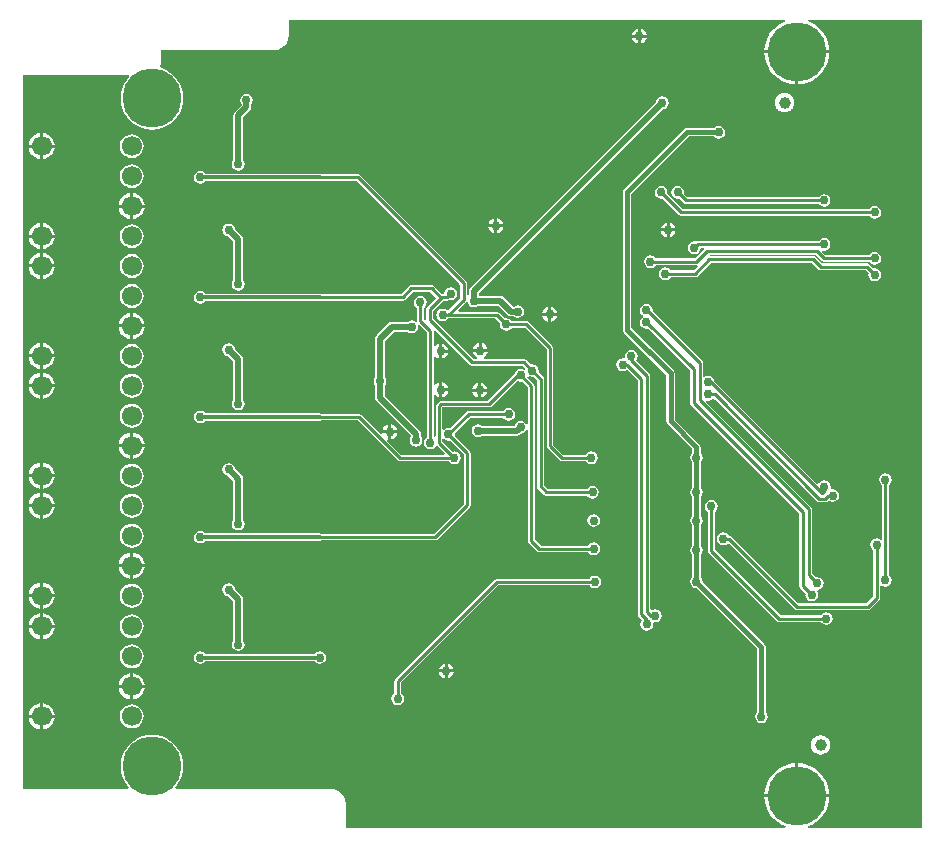
<source format=gbl>
G04 Layer_Physical_Order=2*
G04 Layer_Color=16711680*
%FSLAX43Y43*%
%MOMM*%
G71*
G01*
G75*
%ADD27C,0.254*%
%ADD28C,0.508*%
%ADD29C,0.381*%
%ADD30C,1.700*%
%ADD31C,5.000*%
%ADD32C,1.000*%
%ADD33C,0.762*%
%ADD34C,0.305*%
G36*
X10615Y-2715D02*
X974D01*
X948Y-2588D01*
X1254Y-2461D01*
X1624Y-2235D01*
X1953Y-1953D01*
X2235Y-1624D01*
X2461Y-1254D01*
X2627Y-854D01*
X2729Y-432D01*
X2753Y-127D01*
X-2753D01*
X-2729Y-432D01*
X-2627Y-854D01*
X-2461Y-1254D01*
X-2235Y-1624D01*
X-1953Y-1953D01*
X-1624Y-2235D01*
X-1254Y-2461D01*
X-948Y-2588D01*
X-974Y-2715D01*
X-38215D01*
Y-700D01*
X-38215Y-700D01*
X-38210D01*
X-38254Y-366D01*
X-38382Y-55D01*
X-38588Y212D01*
X-38855Y418D01*
X-39166Y546D01*
X-39500Y590D01*
Y585D01*
X-52581D01*
X-52639Y712D01*
X-52448Y936D01*
X-52229Y1292D01*
X-52070Y1678D01*
X-51972Y2084D01*
X-51939Y2500D01*
X-51972Y2916D01*
X-52070Y3322D01*
X-52229Y3708D01*
X-52448Y4064D01*
X-52719Y4381D01*
X-53036Y4652D01*
X-53392Y4871D01*
X-53778Y5030D01*
X-54184Y5128D01*
X-54600Y5161D01*
X-55016Y5128D01*
X-55422Y5030D01*
X-55808Y4871D01*
X-56164Y4652D01*
X-56481Y4381D01*
X-56752Y4064D01*
X-56971Y3708D01*
X-57130Y3322D01*
X-57228Y2916D01*
X-57261Y2500D01*
X-57228Y2084D01*
X-57130Y1678D01*
X-56971Y1292D01*
X-56752Y936D01*
X-56561Y712D01*
X-56619Y585D01*
X-65565D01*
Y61011D01*
X-56580D01*
X-56522Y60884D01*
X-56752Y60614D01*
X-56971Y60258D01*
X-57130Y59872D01*
X-57228Y59466D01*
X-57261Y59050D01*
X-57228Y58634D01*
X-57130Y58228D01*
X-56971Y57842D01*
X-56752Y57486D01*
X-56481Y57169D01*
X-56164Y56898D01*
X-55808Y56679D01*
X-55422Y56520D01*
X-55016Y56422D01*
X-54600Y56389D01*
X-54184Y56422D01*
X-53778Y56520D01*
X-53392Y56679D01*
X-53036Y56898D01*
X-52719Y57169D01*
X-52448Y57486D01*
X-52229Y57842D01*
X-52070Y58228D01*
X-51972Y58634D01*
X-51939Y59050D01*
X-51972Y59466D01*
X-52070Y59872D01*
X-52229Y60258D01*
X-52448Y60614D01*
X-52719Y60931D01*
X-53036Y61202D01*
X-53392Y61421D01*
X-53778Y61580D01*
X-53869Y61602D01*
X-53943Y61751D01*
X-53854Y61966D01*
X-53810Y62300D01*
X-53815D01*
Y63115D01*
X-44300D01*
X-44300Y63115D01*
Y63110D01*
X-43966Y63154D01*
X-43655Y63282D01*
X-43388Y63488D01*
X-43182Y63755D01*
X-43054Y64066D01*
X-43010Y64400D01*
X-43015D01*
X-43015Y64400D01*
Y65715D01*
X-973D01*
X-948Y65588D01*
X-1254Y65461D01*
X-1624Y65235D01*
X-1953Y64953D01*
X-2235Y64624D01*
X-2461Y64254D01*
X-2627Y63854D01*
X-2729Y63432D01*
X-2753Y63127D01*
X2753D01*
X2729Y63432D01*
X2627Y63854D01*
X2461Y64254D01*
X2235Y64624D01*
X1953Y64953D01*
X1624Y65235D01*
X1254Y65461D01*
X948Y65588D01*
X973Y65715D01*
X10615D01*
Y-2715D01*
D02*
G37*
%LPC*%
G36*
X-63814Y28197D02*
Y27227D01*
X-62844D01*
X-62865Y27388D01*
X-62976Y27657D01*
X-63153Y27887D01*
X-63384Y28064D01*
X-63653Y28176D01*
X-63814Y28197D01*
D02*
G37*
G36*
X-56321Y28111D02*
X-56582Y28077D01*
X-56826Y27976D01*
X-57036Y27815D01*
X-57196Y27606D01*
X-57297Y27362D01*
X-57332Y27100D01*
X-57297Y26838D01*
X-57196Y26594D01*
X-57036Y26385D01*
X-56826Y26224D01*
X-56582Y26123D01*
X-56321Y26089D01*
X-56059Y26123D01*
X-55815Y26224D01*
X-55606Y26385D01*
X-55445Y26594D01*
X-55344Y26838D01*
X-55310Y27100D01*
X-55344Y27362D01*
X-55445Y27606D01*
X-55606Y27815D01*
X-55815Y27976D01*
X-56059Y28077D01*
X-56321Y28111D01*
D02*
G37*
G36*
X-64068Y28197D02*
X-64229Y28176D01*
X-64498Y28064D01*
X-64728Y27887D01*
X-64905Y27657D01*
X-65016Y27388D01*
X-65038Y27227D01*
X-64068D01*
Y28197D01*
D02*
G37*
G36*
X-56448Y30737D02*
X-56609Y30716D01*
X-56878Y30604D01*
X-57108Y30427D01*
X-57285Y30197D01*
X-57396Y29928D01*
X-57418Y29767D01*
X-56448D01*
Y30737D01*
D02*
G37*
G36*
X-56194D02*
Y29767D01*
X-55224D01*
X-55245Y29928D01*
X-55356Y30197D01*
X-55533Y30427D01*
X-55764Y30604D01*
X-56033Y30716D01*
X-56194Y30737D01*
D02*
G37*
G36*
X-56448Y29513D02*
X-57418D01*
X-57396Y29352D01*
X-57285Y29083D01*
X-57108Y28853D01*
X-56878Y28676D01*
X-56609Y28564D01*
X-56448Y28543D01*
Y29513D01*
D02*
G37*
G36*
X-55224D02*
X-56194D01*
Y28543D01*
X-56033Y28564D01*
X-55764Y28676D01*
X-55533Y28853D01*
X-55356Y29083D01*
X-55245Y29352D01*
X-55224Y29513D01*
D02*
G37*
G36*
X-62844Y26973D02*
X-63814D01*
Y26003D01*
X-63653Y26024D01*
X-63384Y26136D01*
X-63153Y26313D01*
X-62976Y26543D01*
X-62865Y26812D01*
X-62844Y26973D01*
D02*
G37*
G36*
X-56321Y25561D02*
X-56582Y25527D01*
X-56826Y25426D01*
X-57036Y25265D01*
X-57196Y25056D01*
X-57297Y24812D01*
X-57332Y24550D01*
X-57297Y24288D01*
X-57196Y24044D01*
X-57036Y23835D01*
X-56826Y23674D01*
X-56582Y23573D01*
X-56321Y23539D01*
X-56059Y23573D01*
X-55815Y23674D01*
X-55606Y23835D01*
X-55445Y24044D01*
X-55344Y24288D01*
X-55310Y24550D01*
X-55344Y24812D01*
X-55445Y25056D01*
X-55606Y25265D01*
X-55815Y25426D01*
X-56059Y25527D01*
X-56321Y25561D01*
D02*
G37*
G36*
X-62844Y24423D02*
X-63814D01*
Y23453D01*
X-63653Y23474D01*
X-63384Y23586D01*
X-63153Y23763D01*
X-62976Y23993D01*
X-62865Y24262D01*
X-62844Y24423D01*
D02*
G37*
G36*
X-64068D02*
X-65038D01*
X-65016Y24262D01*
X-64905Y23993D01*
X-64728Y23763D01*
X-64498Y23586D01*
X-64229Y23474D01*
X-64068Y23453D01*
Y24423D01*
D02*
G37*
G36*
Y25647D02*
X-64229Y25626D01*
X-64498Y25514D01*
X-64728Y25337D01*
X-64905Y25107D01*
X-65016Y24838D01*
X-65038Y24677D01*
X-64068D01*
Y25647D01*
D02*
G37*
G36*
Y26973D02*
X-65038D01*
X-65016Y26812D01*
X-64905Y26543D01*
X-64728Y26313D01*
X-64498Y26136D01*
X-64229Y26024D01*
X-64068Y26003D01*
Y26973D01*
D02*
G37*
G36*
X-12750Y41652D02*
X-12958Y41610D01*
X-13135Y41493D01*
X-13252Y41316D01*
X-13294Y41108D01*
X-13252Y40900D01*
X-13135Y40723D01*
X-13064Y40676D01*
Y40524D01*
X-13135Y40477D01*
X-13252Y40300D01*
X-13294Y40092D01*
X-13252Y39884D01*
X-13135Y39707D01*
X-12958Y39590D01*
X-12750Y39548D01*
X-12632Y39572D01*
X-9035Y35974D01*
Y33290D01*
X-9035Y33290D01*
X-9013Y33181D01*
X-8951Y33088D01*
X207Y23930D01*
Y17758D01*
X207Y17758D01*
X229Y17649D01*
X291Y17557D01*
X730Y17118D01*
X706Y17000D01*
X748Y16792D01*
X865Y16615D01*
X1042Y16498D01*
X1250Y16456D01*
X1458Y16498D01*
X1635Y16615D01*
X1752Y16792D01*
X1794Y17000D01*
X1752Y17208D01*
X1691Y17301D01*
X1699Y17339D01*
X1756Y17432D01*
X1927Y17466D01*
X2103Y17584D01*
X2221Y17760D01*
X2262Y17968D01*
X2221Y18177D01*
X2103Y18353D01*
X1927Y18471D01*
X1718Y18512D01*
X1601Y18489D01*
X1285Y18805D01*
Y24258D01*
X1263Y24367D01*
X1201Y24459D01*
X1201Y24459D01*
X-7707Y33368D01*
X-7644Y33485D01*
X-7500Y33456D01*
X-7292Y33498D01*
X-7115Y33615D01*
X-6998Y33627D01*
X1681Y24948D01*
X1681Y24948D01*
X1773Y24886D01*
X1882Y24865D01*
X2399D01*
X2400Y24865D01*
X2509Y24886D01*
X2601Y24948D01*
X2668Y25015D01*
X2818Y24915D01*
X3026Y24873D01*
X3234Y24915D01*
X3411Y25032D01*
X3529Y25209D01*
X3570Y25417D01*
X3529Y25625D01*
X3411Y25802D01*
X3234Y25919D01*
X3026Y25961D01*
X2967Y25949D01*
X2859Y26057D01*
X2880Y26164D01*
X2839Y26372D01*
X2721Y26548D01*
X2544Y26666D01*
X2336Y26708D01*
X2128Y26666D01*
X1952Y26548D01*
X1885Y26448D01*
X1725Y26428D01*
X-6979Y35132D01*
X-6998Y35224D01*
X-7115Y35401D01*
X-7292Y35518D01*
X-7500Y35560D01*
X-7708Y35518D01*
X-7830Y35437D01*
X-7957Y35503D01*
Y36662D01*
X-7957Y36662D01*
X-7979Y36771D01*
X-8041Y36863D01*
X-8041Y36863D01*
X-12219Y41042D01*
X-12206Y41108D01*
X-12248Y41316D01*
X-12365Y41493D01*
X-12542Y41610D01*
X-12750Y41652D01*
D02*
G37*
G36*
X-63814Y25647D02*
Y24677D01*
X-62844D01*
X-62865Y24838D01*
X-62976Y25107D01*
X-63153Y25337D01*
X-63384Y25514D01*
X-63653Y25626D01*
X-63814Y25647D01*
D02*
G37*
G36*
X-33846Y30683D02*
X-34341D01*
Y30188D01*
X-34220Y30212D01*
X-34010Y30352D01*
X-33870Y30562D01*
X-33846Y30683D01*
D02*
G37*
G36*
X-62844Y6603D02*
X-63814D01*
Y5633D01*
X-63653Y5654D01*
X-63384Y5766D01*
X-63153Y5943D01*
X-62976Y6173D01*
X-62865Y6442D01*
X-62844Y6603D01*
D02*
G37*
G36*
X-56321Y7741D02*
X-56582Y7707D01*
X-56826Y7606D01*
X-57036Y7445D01*
X-57196Y7236D01*
X-57297Y6992D01*
X-57332Y6730D01*
X-57297Y6468D01*
X-57196Y6224D01*
X-57036Y6015D01*
X-56826Y5854D01*
X-56582Y5753D01*
X-56321Y5719D01*
X-56059Y5753D01*
X-55815Y5854D01*
X-55606Y6015D01*
X-55445Y6224D01*
X-55344Y6468D01*
X-55310Y6730D01*
X-55344Y6992D01*
X-55445Y7236D01*
X-55606Y7445D01*
X-55815Y7606D01*
X-56059Y7707D01*
X-56321Y7741D01*
D02*
G37*
G36*
X-64068Y7827D02*
X-64229Y7806D01*
X-64498Y7694D01*
X-64728Y7517D01*
X-64905Y7287D01*
X-65016Y7018D01*
X-65038Y6857D01*
X-64068D01*
Y7827D01*
D02*
G37*
G36*
Y6603D02*
X-65038D01*
X-65016Y6442D01*
X-64905Y6173D01*
X-64728Y5943D01*
X-64498Y5766D01*
X-64229Y5654D01*
X-64068Y5633D01*
Y6603D01*
D02*
G37*
G36*
X-63814Y35817D02*
Y34847D01*
X-62844D01*
X-62865Y35008D01*
X-62976Y35277D01*
X-63153Y35507D01*
X-63384Y35684D01*
X-63653Y35796D01*
X-63814Y35817D01*
D02*
G37*
G36*
X-64068D02*
X-64229Y35796D01*
X-64498Y35684D01*
X-64728Y35507D01*
X-64905Y35277D01*
X-65016Y35008D01*
X-65038Y34847D01*
X-64068D01*
Y35817D01*
D02*
G37*
G36*
X2022Y5119D02*
X2000Y5114D01*
X1978Y5119D01*
X1809Y5097D01*
X1789Y5086D01*
X1767D01*
X1609Y5020D01*
X1593Y5005D01*
X1572Y4999D01*
X1436Y4895D01*
X1425Y4875D01*
X1406Y4864D01*
X1301Y4728D01*
X1296Y4707D01*
X1280Y4691D01*
X1214Y4533D01*
Y4511D01*
X1203Y4491D01*
X1181Y4322D01*
X1184Y4311D01*
X1179Y4300D01*
X1184Y4290D01*
X1181Y4279D01*
X1203Y4109D01*
X1214Y4090D01*
Y4067D01*
X1280Y3909D01*
X1296Y3894D01*
X1301Y3872D01*
X1406Y3736D01*
X1425Y3725D01*
X1436Y3706D01*
X1572Y3602D01*
X1593Y3596D01*
X1609Y3580D01*
X1767Y3515D01*
X1789D01*
X1809Y3503D01*
X1978Y3481D01*
X2000Y3487D01*
X2022Y3481D01*
X2191Y3503D01*
X2211Y3515D01*
X2233D01*
X2391Y3580D01*
X2407Y3596D01*
X2428Y3602D01*
X2564Y3706D01*
X2575Y3725D01*
X2594Y3736D01*
X2699Y3872D01*
X2704Y3894D01*
X2720Y3909D01*
X2786Y4067D01*
Y4090D01*
X2797Y4109D01*
X2819Y4279D01*
X2816Y4290D01*
X2821Y4300D01*
X2816Y4311D01*
X2819Y4322D01*
X2797Y4491D01*
X2786Y4511D01*
Y4533D01*
X2720Y4691D01*
X2704Y4707D01*
X2699Y4728D01*
X2594Y4864D01*
X2575Y4875D01*
X2564Y4895D01*
X2428Y4999D01*
X2407Y5005D01*
X2391Y5020D01*
X2233Y5086D01*
X2211D01*
X2191Y5097D01*
X2022Y5119D01*
D02*
G37*
G36*
X-63814Y7827D02*
Y6857D01*
X-62844D01*
X-62865Y7018D01*
X-62976Y7287D01*
X-63153Y7517D01*
X-63384Y7694D01*
X-63653Y7806D01*
X-63814Y7827D01*
D02*
G37*
G36*
X-56321Y33191D02*
X-56582Y33157D01*
X-56826Y33056D01*
X-57036Y32895D01*
X-57196Y32686D01*
X-57297Y32442D01*
X-57332Y32180D01*
X-57297Y31918D01*
X-57196Y31674D01*
X-57036Y31465D01*
X-56826Y31304D01*
X-56582Y31203D01*
X-56321Y31169D01*
X-56059Y31203D01*
X-55815Y31304D01*
X-55606Y31465D01*
X-55445Y31674D01*
X-55344Y31918D01*
X-55310Y32180D01*
X-55344Y32442D01*
X-55445Y32686D01*
X-55606Y32895D01*
X-55815Y33056D01*
X-56059Y33157D01*
X-56321Y33191D01*
D02*
G37*
G36*
X-34341Y31432D02*
Y30937D01*
X-33846D01*
X-33870Y31058D01*
X-34010Y31268D01*
X-34220Y31408D01*
X-34341Y31432D01*
D02*
G37*
G36*
X-34595D02*
X-34716Y31408D01*
X-34926Y31268D01*
X-35066Y31058D01*
X-35090Y30937D01*
X-34595D01*
Y31432D01*
D02*
G37*
G36*
X-48100Y38294D02*
X-48308Y38252D01*
X-48485Y38135D01*
X-48602Y37958D01*
X-48644Y37750D01*
X-48602Y37542D01*
X-48485Y37365D01*
X-48308Y37248D01*
X-48153Y37217D01*
X-47714Y36778D01*
Y33510D01*
X-47802Y33378D01*
X-47844Y33170D01*
X-47802Y32962D01*
X-47685Y32785D01*
X-47508Y32668D01*
X-47300Y32626D01*
X-47092Y32668D01*
X-46915Y32785D01*
X-46798Y32962D01*
X-46756Y33170D01*
X-46798Y33378D01*
X-46886Y33510D01*
Y36950D01*
X-46917Y37109D01*
X-47007Y37243D01*
X-47567Y37803D01*
X-47598Y37958D01*
X-47715Y38135D01*
X-47892Y38252D01*
X-48100Y38294D01*
D02*
G37*
G36*
X-56321Y35731D02*
X-56582Y35697D01*
X-56826Y35596D01*
X-57036Y35435D01*
X-57196Y35226D01*
X-57297Y34982D01*
X-57332Y34720D01*
X-57297Y34458D01*
X-57196Y34214D01*
X-57036Y34005D01*
X-56826Y33844D01*
X-56582Y33743D01*
X-56321Y33709D01*
X-56059Y33743D01*
X-55815Y33844D01*
X-55606Y34005D01*
X-55445Y34214D01*
X-55344Y34458D01*
X-55310Y34720D01*
X-55344Y34982D01*
X-55445Y35226D01*
X-55606Y35435D01*
X-55815Y35596D01*
X-56059Y35697D01*
X-56321Y35731D01*
D02*
G37*
G36*
X-62844Y34593D02*
X-63814D01*
Y33623D01*
X-63653Y33644D01*
X-63384Y33756D01*
X-63153Y33933D01*
X-62976Y34163D01*
X-62865Y34432D01*
X-62844Y34593D01*
D02*
G37*
G36*
X-64068D02*
X-65038D01*
X-65016Y34432D01*
X-64905Y34163D01*
X-64728Y33933D01*
X-64498Y33756D01*
X-64229Y33644D01*
X-64068Y33623D01*
Y34593D01*
D02*
G37*
G36*
X-48100Y17994D02*
X-48308Y17952D01*
X-48485Y17835D01*
X-48602Y17658D01*
X-48644Y17450D01*
X-48602Y17242D01*
X-48485Y17065D01*
X-48308Y16948D01*
X-48153Y16917D01*
X-47714Y16478D01*
Y13140D01*
X-47802Y13008D01*
X-47844Y12800D01*
X-47802Y12592D01*
X-47685Y12415D01*
X-47508Y12298D01*
X-47300Y12256D01*
X-47092Y12298D01*
X-46915Y12415D01*
X-46798Y12592D01*
X-46756Y12800D01*
X-46798Y13008D01*
X-46886Y13140D01*
Y16650D01*
X-46917Y16809D01*
X-47007Y16943D01*
X-47567Y17503D01*
X-47598Y17658D01*
X-47715Y17835D01*
X-47892Y17952D01*
X-48100Y17994D01*
D02*
G37*
G36*
X-40400Y12244D02*
X-40608Y12202D01*
X-40785Y12085D01*
X-40834Y12011D01*
X-50096D01*
X-50145Y12085D01*
X-50322Y12202D01*
X-50530Y12244D01*
X-50738Y12202D01*
X-50915Y12085D01*
X-51032Y11908D01*
X-51074Y11700D01*
X-51032Y11492D01*
X-50915Y11315D01*
X-50738Y11198D01*
X-50530Y11156D01*
X-50322Y11198D01*
X-50145Y11315D01*
X-50096Y11389D01*
X-40834D01*
X-40785Y11315D01*
X-40608Y11198D01*
X-40400Y11156D01*
X-40192Y11198D01*
X-40015Y11315D01*
X-39898Y11492D01*
X-39856Y11700D01*
X-39898Y11908D01*
X-40015Y12085D01*
X-40192Y12202D01*
X-40400Y12244D01*
D02*
G37*
G36*
X-56321Y12821D02*
X-56582Y12787D01*
X-56826Y12686D01*
X-57036Y12525D01*
X-57196Y12316D01*
X-57297Y12072D01*
X-57332Y11810D01*
X-57297Y11548D01*
X-57196Y11304D01*
X-57036Y11095D01*
X-56826Y10934D01*
X-56582Y10833D01*
X-56321Y10799D01*
X-56059Y10833D01*
X-55815Y10934D01*
X-55606Y11095D01*
X-55445Y11304D01*
X-55344Y11548D01*
X-55310Y11810D01*
X-55344Y12072D01*
X-55445Y12316D01*
X-55606Y12525D01*
X-55815Y12686D01*
X-56059Y12787D01*
X-56321Y12821D01*
D02*
G37*
G36*
X-64068Y14223D02*
X-65038D01*
X-65016Y14062D01*
X-64905Y13793D01*
X-64728Y13563D01*
X-64498Y13386D01*
X-64229Y13274D01*
X-64068Y13253D01*
Y14223D01*
D02*
G37*
G36*
X-7250Y25044D02*
X-7458Y25002D01*
X-7635Y24885D01*
X-7752Y24708D01*
X-7794Y24500D01*
X-7752Y24292D01*
X-7635Y24115D01*
X-7535Y24049D01*
Y20750D01*
X-7535Y20750D01*
X-7513Y20641D01*
X-7451Y20549D01*
X-1701Y14799D01*
X-1701Y14799D01*
X-1609Y14737D01*
X-1500Y14715D01*
X2049D01*
X2115Y14615D01*
X2292Y14498D01*
X2500Y14456D01*
X2708Y14498D01*
X2885Y14615D01*
X3002Y14792D01*
X3044Y15000D01*
X3002Y15208D01*
X2885Y15385D01*
X2708Y15502D01*
X2500Y15544D01*
X2292Y15502D01*
X2115Y15385D01*
X2049Y15285D01*
X-1382D01*
X-6965Y20868D01*
Y24049D01*
X-6865Y24115D01*
X-6748Y24292D01*
X-6706Y24500D01*
X-6748Y24708D01*
X-6865Y24885D01*
X-7042Y25002D01*
X-7250Y25044D01*
D02*
G37*
G36*
X-56321Y15361D02*
X-56582Y15327D01*
X-56826Y15226D01*
X-57036Y15065D01*
X-57196Y14856D01*
X-57297Y14612D01*
X-57332Y14350D01*
X-57297Y14088D01*
X-57196Y13844D01*
X-57036Y13635D01*
X-56826Y13474D01*
X-56582Y13373D01*
X-56321Y13339D01*
X-56059Y13373D01*
X-55815Y13474D01*
X-55606Y13635D01*
X-55445Y13844D01*
X-55344Y14088D01*
X-55310Y14350D01*
X-55344Y14612D01*
X-55445Y14856D01*
X-55606Y15065D01*
X-55815Y15226D01*
X-56059Y15327D01*
X-56321Y15361D01*
D02*
G37*
G36*
X-62844Y14223D02*
X-63814D01*
Y13253D01*
X-63653Y13274D01*
X-63384Y13386D01*
X-63153Y13563D01*
X-62976Y13793D01*
X-62865Y14062D01*
X-62844Y14223D01*
D02*
G37*
G36*
X-29566Y11189D02*
Y10693D01*
X-29070D01*
X-29094Y10814D01*
X-29235Y11024D01*
X-29445Y11165D01*
X-29566Y11189D01*
D02*
G37*
G36*
X-56448Y10367D02*
X-56609Y10346D01*
X-56878Y10234D01*
X-57108Y10057D01*
X-57285Y9827D01*
X-57396Y9558D01*
X-57418Y9397D01*
X-56448D01*
Y10367D01*
D02*
G37*
G36*
X-55224Y9143D02*
X-56194D01*
Y8173D01*
X-56033Y8194D01*
X-55764Y8306D01*
X-55533Y8483D01*
X-55356Y8713D01*
X-55245Y8982D01*
X-55224Y9143D01*
D02*
G37*
G36*
X-56448D02*
X-57418D01*
X-57396Y8982D01*
X-57285Y8713D01*
X-57108Y8483D01*
X-56878Y8306D01*
X-56609Y8194D01*
X-56448Y8173D01*
Y9143D01*
D02*
G37*
G36*
X-56194Y10367D02*
Y9397D01*
X-55224D01*
X-55245Y9558D01*
X-55356Y9827D01*
X-55533Y10057D01*
X-55764Y10234D01*
X-56033Y10346D01*
X-56194Y10367D01*
D02*
G37*
G36*
X-29820Y11189D02*
X-29940Y11165D01*
X-30150Y11024D01*
X-30291Y10814D01*
X-30315Y10693D01*
X-29820D01*
Y11189D01*
D02*
G37*
G36*
X-29070Y10439D02*
X-29566D01*
Y9944D01*
X-29445Y9968D01*
X-29235Y10109D01*
X-29094Y10319D01*
X-29070Y10439D01*
D02*
G37*
G36*
X-29820D02*
X-30315D01*
X-30291Y10319D01*
X-30150Y10109D01*
X-29940Y9968D01*
X-29820Y9944D01*
Y10439D01*
D02*
G37*
G36*
X-64068Y15447D02*
X-64229Y15426D01*
X-64498Y15314D01*
X-64728Y15137D01*
X-64905Y14907D01*
X-65016Y14638D01*
X-65038Y14477D01*
X-64068D01*
Y15447D01*
D02*
G37*
G36*
X-56194Y20567D02*
Y19597D01*
X-55224D01*
X-55245Y19758D01*
X-55356Y20027D01*
X-55533Y20257D01*
X-55764Y20434D01*
X-56033Y20546D01*
X-56194Y20567D01*
D02*
G37*
G36*
X-56448D02*
X-56609Y20546D01*
X-56878Y20434D01*
X-57108Y20257D01*
X-57285Y20027D01*
X-57396Y19758D01*
X-57418Y19597D01*
X-56448D01*
Y20567D01*
D02*
G37*
G36*
X-17100Y18644D02*
X-17308Y18602D01*
X-17485Y18485D01*
X-17551Y18385D01*
X-25400D01*
X-25400Y18385D01*
X-25509Y18363D01*
X-25601Y18301D01*
X-25601Y18301D01*
X-34001Y9901D01*
X-34063Y9809D01*
X-34085Y9700D01*
X-34085Y9700D01*
Y8651D01*
X-34185Y8585D01*
X-34302Y8408D01*
X-34344Y8200D01*
X-34302Y7992D01*
X-34185Y7815D01*
X-34008Y7698D01*
X-33800Y7656D01*
X-33592Y7698D01*
X-33415Y7815D01*
X-33298Y7992D01*
X-33256Y8200D01*
X-33298Y8408D01*
X-33415Y8585D01*
X-33515Y8651D01*
Y9582D01*
X-25282Y17815D01*
X-17551D01*
X-17485Y17715D01*
X-17308Y17598D01*
X-17100Y17556D01*
X-16892Y17598D01*
X-16715Y17715D01*
X-16598Y17892D01*
X-16556Y18100D01*
X-16598Y18308D01*
X-16715Y18485D01*
X-16892Y18602D01*
X-17100Y18644D01*
D02*
G37*
G36*
X-56321Y23021D02*
X-56582Y22987D01*
X-56826Y22886D01*
X-57036Y22725D01*
X-57196Y22516D01*
X-57297Y22272D01*
X-57332Y22010D01*
X-57297Y21748D01*
X-57196Y21504D01*
X-57036Y21295D01*
X-56826Y21134D01*
X-56582Y21033D01*
X-56321Y20999D01*
X-56059Y21033D01*
X-55815Y21134D01*
X-55606Y21295D01*
X-55445Y21504D01*
X-55344Y21748D01*
X-55310Y22010D01*
X-55344Y22272D01*
X-55445Y22516D01*
X-55606Y22725D01*
X-55815Y22886D01*
X-56059Y22987D01*
X-56321Y23021D01*
D02*
G37*
G36*
X-17200Y23844D02*
X-17408Y23802D01*
X-17585Y23685D01*
X-17702Y23508D01*
X-17744Y23300D01*
X-17702Y23092D01*
X-17585Y22915D01*
X-17408Y22798D01*
X-17200Y22756D01*
X-16992Y22798D01*
X-16815Y22915D01*
X-16698Y23092D01*
X-16656Y23300D01*
X-16698Y23508D01*
X-16815Y23685D01*
X-16992Y23802D01*
X-17200Y23844D01*
D02*
G37*
G36*
X-48100Y28164D02*
X-48308Y28122D01*
X-48485Y28005D01*
X-48602Y27828D01*
X-48644Y27620D01*
X-48602Y27412D01*
X-48485Y27235D01*
X-48308Y27118D01*
X-48153Y27087D01*
X-47714Y26648D01*
Y23340D01*
X-47802Y23208D01*
X-47844Y23000D01*
X-47802Y22792D01*
X-47685Y22615D01*
X-47508Y22498D01*
X-47300Y22456D01*
X-47092Y22498D01*
X-46915Y22615D01*
X-46798Y22792D01*
X-46756Y23000D01*
X-46798Y23208D01*
X-46886Y23340D01*
Y26820D01*
X-46917Y26979D01*
X-47007Y27113D01*
X-47567Y27673D01*
X-47598Y27828D01*
X-47715Y28005D01*
X-47892Y28122D01*
X-48100Y28164D01*
D02*
G37*
G36*
X7500Y27294D02*
X7292Y27252D01*
X7115Y27135D01*
X6998Y26958D01*
X6956Y26750D01*
X6998Y26542D01*
X7115Y26365D01*
X7215Y26299D01*
Y21725D01*
X7088Y21666D01*
X6958Y21752D01*
X6750Y21794D01*
X6542Y21752D01*
X6365Y21635D01*
X6248Y21458D01*
X6206Y21250D01*
X6248Y21042D01*
X6365Y20865D01*
X6465Y20799D01*
Y16868D01*
X5882Y16285D01*
X118D01*
X-5549Y21951D01*
X-5641Y22013D01*
X-5750Y22035D01*
X-5750Y22035D01*
X-5799D01*
X-5865Y22135D01*
X-6042Y22252D01*
X-6250Y22294D01*
X-6458Y22252D01*
X-6635Y22135D01*
X-6752Y21958D01*
X-6794Y21750D01*
X-6752Y21542D01*
X-6635Y21365D01*
X-6458Y21248D01*
X-6250Y21206D01*
X-6042Y21248D01*
X-5865Y21365D01*
X-5777Y21374D01*
X-201Y15799D01*
X-201Y15799D01*
X-109Y15737D01*
X0Y15715D01*
X6000D01*
X6000Y15715D01*
X6109Y15737D01*
X6201Y15799D01*
X6951Y16549D01*
X6951Y16549D01*
X7013Y16641D01*
X7035Y16750D01*
X7035Y16750D01*
Y17775D01*
X7162Y17834D01*
X7292Y17748D01*
X7500Y17706D01*
X7708Y17748D01*
X7885Y17865D01*
X8002Y18042D01*
X8044Y18250D01*
X8002Y18458D01*
X7885Y18635D01*
X7785Y18701D01*
Y26299D01*
X7885Y26365D01*
X8002Y26542D01*
X8044Y26750D01*
X8002Y26958D01*
X7885Y27135D01*
X7708Y27252D01*
X7500Y27294D01*
D02*
G37*
G36*
X-55224Y19343D02*
X-56194D01*
Y18373D01*
X-56033Y18394D01*
X-55764Y18506D01*
X-55533Y18683D01*
X-55356Y18913D01*
X-55245Y19182D01*
X-55224Y19343D01*
D02*
G37*
G36*
X-62844Y16803D02*
X-63814D01*
Y15833D01*
X-63653Y15854D01*
X-63384Y15966D01*
X-63153Y16143D01*
X-62976Y16373D01*
X-62865Y16642D01*
X-62844Y16803D01*
D02*
G37*
G36*
X-64068D02*
X-65038D01*
X-65016Y16642D01*
X-64905Y16373D01*
X-64728Y16143D01*
X-64498Y15966D01*
X-64229Y15854D01*
X-64068Y15833D01*
Y16803D01*
D02*
G37*
G36*
X-63814Y15447D02*
Y14477D01*
X-62844D01*
X-62865Y14638D01*
X-62976Y14907D01*
X-63153Y15137D01*
X-63384Y15314D01*
X-63653Y15426D01*
X-63814Y15447D01*
D02*
G37*
G36*
X-56321Y17941D02*
X-56582Y17907D01*
X-56826Y17806D01*
X-57036Y17645D01*
X-57196Y17436D01*
X-57297Y17192D01*
X-57332Y16930D01*
X-57297Y16668D01*
X-57196Y16424D01*
X-57036Y16215D01*
X-56826Y16054D01*
X-56582Y15953D01*
X-56321Y15919D01*
X-56059Y15953D01*
X-55815Y16054D01*
X-55606Y16215D01*
X-55445Y16424D01*
X-55344Y16668D01*
X-55310Y16930D01*
X-55344Y17192D01*
X-55445Y17436D01*
X-55606Y17645D01*
X-55815Y17806D01*
X-56059Y17907D01*
X-56321Y17941D01*
D02*
G37*
G36*
X-56448Y19343D02*
X-57418D01*
X-57396Y19182D01*
X-57285Y18913D01*
X-57108Y18683D01*
X-56878Y18506D01*
X-56609Y18394D01*
X-56448Y18373D01*
Y19343D01*
D02*
G37*
G36*
X-63814Y18027D02*
Y17057D01*
X-62844D01*
X-62865Y17218D01*
X-62976Y17487D01*
X-63153Y17717D01*
X-63384Y17894D01*
X-63653Y18006D01*
X-63814Y18027D01*
D02*
G37*
G36*
X-64068D02*
X-64229Y18006D01*
X-64498Y17894D01*
X-64728Y17717D01*
X-64905Y17487D01*
X-65016Y17218D01*
X-65038Y17057D01*
X-64068D01*
Y18027D01*
D02*
G37*
G36*
Y37103D02*
X-65038D01*
X-65016Y36942D01*
X-64905Y36673D01*
X-64728Y36443D01*
X-64498Y36266D01*
X-64229Y36154D01*
X-64068Y36133D01*
Y37103D01*
D02*
G37*
G36*
X-56448Y49793D02*
X-57418D01*
X-57396Y49632D01*
X-57285Y49363D01*
X-57108Y49133D01*
X-56878Y48956D01*
X-56609Y48844D01*
X-56448Y48823D01*
Y49793D01*
D02*
G37*
G36*
X-25375Y48882D02*
Y48387D01*
X-24879D01*
X-24903Y48508D01*
X-25044Y48718D01*
X-25254Y48858D01*
X-25375Y48882D01*
D02*
G37*
G36*
X-25629D02*
X-25749Y48858D01*
X-25959Y48718D01*
X-26100Y48508D01*
X-26124Y48387D01*
X-25629D01*
Y48882D01*
D02*
G37*
G36*
X-55224Y49793D02*
X-56194D01*
Y48823D01*
X-56033Y48844D01*
X-55764Y48956D01*
X-55533Y49133D01*
X-55356Y49363D01*
X-55245Y49632D01*
X-55224Y49793D01*
D02*
G37*
G36*
X-56448Y51017D02*
X-56609Y50996D01*
X-56878Y50884D01*
X-57108Y50707D01*
X-57285Y50477D01*
X-57396Y50208D01*
X-57418Y50047D01*
X-56448D01*
Y51017D01*
D02*
G37*
G36*
X-10100Y51644D02*
X-10308Y51602D01*
X-10485Y51485D01*
X-10602Y51308D01*
X-10644Y51100D01*
X-10602Y50892D01*
X-10485Y50715D01*
X-10308Y50598D01*
X-10100Y50556D01*
X-9982Y50580D01*
X-9601Y50199D01*
X-9601Y50199D01*
X-9509Y50137D01*
X-9400Y50115D01*
X-9400Y50115D01*
X1849D01*
X1915Y50015D01*
X2092Y49898D01*
X2300Y49856D01*
X2508Y49898D01*
X2685Y50015D01*
X2802Y50192D01*
X2844Y50400D01*
X2802Y50608D01*
X2685Y50785D01*
X2508Y50902D01*
X2300Y50944D01*
X2092Y50902D01*
X1915Y50785D01*
X1849Y50685D01*
X-9282D01*
X-9580Y50982D01*
X-9556Y51100D01*
X-9598Y51308D01*
X-9715Y51485D01*
X-9892Y51602D01*
X-10100Y51644D01*
D02*
G37*
G36*
X-11500D02*
X-11708Y51602D01*
X-11885Y51485D01*
X-12002Y51308D01*
X-12044Y51100D01*
X-12002Y50892D01*
X-11885Y50715D01*
X-11708Y50598D01*
X-11500Y50556D01*
X-11382Y50580D01*
X-10001Y49199D01*
X-10001Y49199D01*
X-9909Y49137D01*
X-9800Y49115D01*
X6149D01*
X6215Y49015D01*
X6392Y48898D01*
X6600Y48856D01*
X6808Y48898D01*
X6985Y49015D01*
X7102Y49192D01*
X7144Y49400D01*
X7102Y49608D01*
X6985Y49785D01*
X6808Y49902D01*
X6600Y49944D01*
X6392Y49902D01*
X6215Y49785D01*
X6149Y49685D01*
X-9682D01*
X-10980Y50982D01*
X-10956Y51100D01*
X-10998Y51308D01*
X-11115Y51485D01*
X-11292Y51602D01*
X-11500Y51644D01*
D02*
G37*
G36*
X-10773Y48522D02*
Y48027D01*
X-10278D01*
X-10302Y48148D01*
X-10442Y48358D01*
X-10652Y48498D01*
X-10773Y48522D01*
D02*
G37*
G36*
X-64068Y48477D02*
X-64229Y48456D01*
X-64498Y48344D01*
X-64728Y48167D01*
X-64905Y47937D01*
X-65016Y47668D01*
X-65038Y47507D01*
X-64068D01*
Y48477D01*
D02*
G37*
G36*
X-10278Y47773D02*
X-10773D01*
Y47278D01*
X-10652Y47302D01*
X-10442Y47442D01*
X-10302Y47652D01*
X-10278Y47773D01*
D02*
G37*
G36*
X-11027D02*
X-11522D01*
X-11498Y47652D01*
X-11358Y47442D01*
X-11148Y47302D01*
X-11027Y47278D01*
Y47773D01*
D02*
G37*
G36*
X-63814Y48477D02*
Y47507D01*
X-62844D01*
X-62865Y47668D01*
X-62976Y47937D01*
X-63153Y48167D01*
X-63384Y48344D01*
X-63653Y48456D01*
X-63814Y48477D01*
D02*
G37*
G36*
X-11027Y48522D02*
X-11148Y48498D01*
X-11358Y48358D01*
X-11498Y48148D01*
X-11522Y48027D01*
X-11027D01*
Y48522D01*
D02*
G37*
G36*
X-24879Y48133D02*
X-25375D01*
Y47638D01*
X-25254Y47662D01*
X-25044Y47802D01*
X-24903Y48012D01*
X-24879Y48133D01*
D02*
G37*
G36*
X-25629D02*
X-26124D01*
X-26100Y48012D01*
X-25959Y47802D01*
X-25749Y47662D01*
X-25629Y47638D01*
Y48133D01*
D02*
G37*
G36*
X-56194Y51017D02*
Y50047D01*
X-55224D01*
X-55245Y50208D01*
X-55356Y50477D01*
X-55533Y50707D01*
X-55764Y50884D01*
X-56033Y50996D01*
X-56194Y51017D01*
D02*
G37*
G36*
X2753Y62873D02*
X127D01*
Y60247D01*
X432Y60271D01*
X854Y60373D01*
X1254Y60539D01*
X1624Y60765D01*
X1953Y61047D01*
X2235Y61376D01*
X2461Y61746D01*
X2627Y62146D01*
X2729Y62568D01*
X2753Y62873D01*
D02*
G37*
G36*
X-127D02*
X-2753D01*
X-2729Y62568D01*
X-2627Y62146D01*
X-2461Y61746D01*
X-2235Y61376D01*
X-1953Y61047D01*
X-1624Y60765D01*
X-1254Y60539D01*
X-854Y60373D01*
X-432Y60271D01*
X-127Y60247D01*
Y62873D01*
D02*
G37*
G36*
X-1026Y59501D02*
X-1048Y59495D01*
X-1070Y59501D01*
X-1239Y59479D01*
X-1259Y59467D01*
X-1281D01*
X-1439Y59402D01*
X-1455Y59386D01*
X-1476Y59380D01*
X-1612Y59276D01*
X-1623Y59257D01*
X-1642Y59246D01*
X-1747Y59110D01*
X-1752Y59088D01*
X-1768Y59073D01*
X-1834Y58915D01*
Y58892D01*
X-1845Y58873D01*
X-1867Y58703D01*
X-1864Y58692D01*
X-1869Y58682D01*
X-1864Y58671D01*
X-1867Y58660D01*
X-1845Y58491D01*
X-1834Y58471D01*
Y58449D01*
X-1768Y58291D01*
X-1752Y58275D01*
X-1747Y58253D01*
X-1642Y58118D01*
X-1623Y58107D01*
X-1612Y58087D01*
X-1476Y57983D01*
X-1455Y57977D01*
X-1439Y57962D01*
X-1281Y57896D01*
X-1259D01*
X-1239Y57885D01*
X-1070Y57863D01*
X-1048Y57868D01*
X-1026Y57863D01*
X-857Y57885D01*
X-837Y57896D01*
X-815D01*
X-657Y57962D01*
X-641Y57977D01*
X-620Y57983D01*
X-484Y58087D01*
X-473Y58107D01*
X-454Y58118D01*
X-349Y58253D01*
X-344Y58275D01*
X-328Y58291D01*
X-262Y58449D01*
Y58471D01*
X-251Y58491D01*
X-229Y58660D01*
X-232Y58671D01*
X-227Y58682D01*
X-232Y58692D01*
X-229Y58703D01*
X-251Y58873D01*
X-262Y58892D01*
Y58915D01*
X-328Y59073D01*
X-344Y59088D01*
X-349Y59110D01*
X-454Y59246D01*
X-473Y59257D01*
X-484Y59276D01*
X-620Y59380D01*
X-641Y59386D01*
X-657Y59402D01*
X-815Y59467D01*
X-837D01*
X-857Y59479D01*
X-1026Y59501D01*
D02*
G37*
G36*
X-13462Y64186D02*
X-13957D01*
X-13933Y64065D01*
X-13793Y63855D01*
X-13583Y63715D01*
X-13462Y63691D01*
Y64186D01*
D02*
G37*
G36*
X-13208Y64935D02*
Y64440D01*
X-12713D01*
X-12737Y64561D01*
X-12877Y64771D01*
X-13087Y64911D01*
X-13208Y64935D01*
D02*
G37*
G36*
X-13462D02*
X-13583Y64911D01*
X-13793Y64771D01*
X-13933Y64561D01*
X-13957Y64440D01*
X-13462D01*
Y64935D01*
D02*
G37*
G36*
X-12713Y64186D02*
X-13208D01*
Y63691D01*
X-13087Y63715D01*
X-12877Y63855D01*
X-12737Y64065D01*
X-12713Y64186D01*
D02*
G37*
G36*
X-6604Y56729D02*
X-6812Y56687D01*
X-6989Y56569D01*
X-7012Y56534D01*
X-9296D01*
X-9430Y56508D01*
X-9544Y56432D01*
X-14624Y51352D01*
X-14699Y51239D01*
X-14726Y51105D01*
Y39446D01*
X-14699Y39312D01*
X-14624Y39199D01*
X-11043Y35618D01*
Y31693D01*
X-11016Y31560D01*
X-10941Y31446D01*
X-8850Y29355D01*
Y29008D01*
X-8885Y28985D01*
X-9002Y28808D01*
X-9044Y28600D01*
X-9002Y28392D01*
X-8885Y28215D01*
X-8850Y28192D01*
Y26108D01*
X-8885Y26085D01*
X-9002Y25908D01*
X-9044Y25700D01*
X-9002Y25492D01*
X-8885Y25315D01*
X-8850Y25292D01*
Y23708D01*
X-8885Y23685D01*
X-9002Y23508D01*
X-9044Y23300D01*
X-9002Y23092D01*
X-8885Y22915D01*
X-8850Y22892D01*
Y21208D01*
X-8885Y21185D01*
X-9002Y21008D01*
X-9044Y20800D01*
X-9002Y20592D01*
X-8885Y20415D01*
X-8850Y20392D01*
Y18508D01*
X-8885Y18485D01*
X-9002Y18308D01*
X-9044Y18100D01*
X-9002Y17892D01*
X-8885Y17715D01*
X-8708Y17598D01*
X-8500Y17556D01*
X-8459Y17564D01*
X-3350Y12455D01*
Y7108D01*
X-3385Y7085D01*
X-3502Y6908D01*
X-3544Y6700D01*
X-3502Y6492D01*
X-3385Y6315D01*
X-3208Y6198D01*
X-3000Y6156D01*
X-2792Y6198D01*
X-2615Y6315D01*
X-2498Y6492D01*
X-2456Y6700D01*
X-2498Y6908D01*
X-2615Y7085D01*
X-2650Y7108D01*
Y12600D01*
X-2677Y12734D01*
X-2753Y12847D01*
X-2753Y12847D01*
X-7964Y18059D01*
X-7956Y18100D01*
X-7998Y18308D01*
X-8115Y18485D01*
X-8150Y18508D01*
Y20392D01*
X-8115Y20415D01*
X-7998Y20592D01*
X-7956Y20800D01*
X-7998Y21008D01*
X-8115Y21185D01*
X-8150Y21208D01*
Y22892D01*
X-8115Y22915D01*
X-7998Y23092D01*
X-7956Y23300D01*
X-7998Y23508D01*
X-8115Y23685D01*
X-8150Y23708D01*
Y25292D01*
X-8115Y25315D01*
X-7998Y25492D01*
X-7956Y25700D01*
X-7998Y25908D01*
X-8115Y26085D01*
X-8150Y26108D01*
Y28192D01*
X-8115Y28215D01*
X-7998Y28392D01*
X-7956Y28600D01*
X-7998Y28808D01*
X-8115Y28985D01*
X-8150Y29008D01*
Y29500D01*
X-8177Y29634D01*
X-8253Y29747D01*
X-10344Y31838D01*
Y35763D01*
X-10344Y35763D01*
X-10370Y35897D01*
X-10446Y36010D01*
X-10446Y36010D01*
X-14027Y39591D01*
Y50960D01*
X-9152Y55835D01*
X-7012D01*
X-6989Y55800D01*
X-6812Y55682D01*
X-6604Y55641D01*
X-6396Y55682D01*
X-6219Y55800D01*
X-6102Y55977D01*
X-6060Y56185D01*
X-6102Y56393D01*
X-6219Y56569D01*
X-6396Y56687D01*
X-6604Y56729D01*
D02*
G37*
G36*
X-64068Y54873D02*
X-65038D01*
X-65016Y54712D01*
X-64905Y54443D01*
X-64728Y54213D01*
X-64498Y54036D01*
X-64229Y53924D01*
X-64068Y53903D01*
Y54873D01*
D02*
G37*
G36*
X-46600Y59444D02*
X-46808Y59402D01*
X-46985Y59285D01*
X-47102Y59108D01*
X-47144Y58900D01*
X-47102Y58692D01*
X-47014Y58560D01*
Y58472D01*
X-47593Y57893D01*
X-47683Y57759D01*
X-47714Y57600D01*
Y53790D01*
X-47802Y53658D01*
X-47844Y53450D01*
X-47802Y53242D01*
X-47685Y53065D01*
X-47508Y52948D01*
X-47300Y52906D01*
X-47092Y52948D01*
X-46915Y53065D01*
X-46798Y53242D01*
X-46756Y53450D01*
X-46798Y53658D01*
X-46886Y53790D01*
Y57428D01*
X-46307Y58007D01*
X-46217Y58141D01*
X-46186Y58300D01*
Y58560D01*
X-46098Y58692D01*
X-46056Y58900D01*
X-46098Y59108D01*
X-46215Y59285D01*
X-46392Y59402D01*
X-46600Y59444D01*
D02*
G37*
G36*
X-56321Y53471D02*
X-56582Y53437D01*
X-56826Y53336D01*
X-57036Y53175D01*
X-57196Y52966D01*
X-57297Y52722D01*
X-57332Y52460D01*
X-57297Y52198D01*
X-57196Y51954D01*
X-57036Y51745D01*
X-56826Y51584D01*
X-56582Y51483D01*
X-56321Y51449D01*
X-56059Y51483D01*
X-55815Y51584D01*
X-55606Y51745D01*
X-55445Y51954D01*
X-55344Y52198D01*
X-55310Y52460D01*
X-55344Y52722D01*
X-55445Y52966D01*
X-55606Y53175D01*
X-55815Y53336D01*
X-56059Y53437D01*
X-56321Y53471D01*
D02*
G37*
G36*
X-62844Y54873D02*
X-63814D01*
Y53903D01*
X-63653Y53924D01*
X-63384Y54036D01*
X-63153Y54213D01*
X-62976Y54443D01*
X-62865Y54712D01*
X-62844Y54873D01*
D02*
G37*
G36*
X-63814Y56097D02*
Y55127D01*
X-62844D01*
X-62865Y55288D01*
X-62976Y55557D01*
X-63153Y55787D01*
X-63384Y55964D01*
X-63653Y56076D01*
X-63814Y56097D01*
D02*
G37*
G36*
X-64068D02*
X-64229Y56076D01*
X-64498Y55964D01*
X-64728Y55787D01*
X-64905Y55557D01*
X-65016Y55288D01*
X-65038Y55127D01*
X-64068D01*
Y56097D01*
D02*
G37*
G36*
X-56321Y56011D02*
X-56582Y55977D01*
X-56826Y55876D01*
X-57036Y55715D01*
X-57196Y55506D01*
X-57297Y55262D01*
X-57332Y55000D01*
X-57297Y54738D01*
X-57196Y54494D01*
X-57036Y54285D01*
X-56826Y54124D01*
X-56582Y54023D01*
X-56321Y53989D01*
X-56059Y54023D01*
X-55815Y54124D01*
X-55606Y54285D01*
X-55445Y54494D01*
X-55344Y54738D01*
X-55310Y55000D01*
X-55344Y55262D01*
X-55445Y55506D01*
X-55606Y55715D01*
X-55815Y55876D01*
X-56059Y55977D01*
X-56321Y56011D01*
D02*
G37*
G36*
X-55224Y39643D02*
X-56194D01*
Y38673D01*
X-56033Y38694D01*
X-55764Y38806D01*
X-55533Y38983D01*
X-55356Y39213D01*
X-55245Y39482D01*
X-55224Y39643D01*
D02*
G37*
G36*
X-56448D02*
X-57418D01*
X-57396Y39482D01*
X-57285Y39213D01*
X-57108Y38983D01*
X-56878Y38806D01*
X-56609Y38694D01*
X-56448Y38673D01*
Y39643D01*
D02*
G37*
G36*
X-26670Y38316D02*
Y37821D01*
X-26175D01*
X-26199Y37941D01*
X-26339Y38151D01*
X-26549Y38292D01*
X-26670Y38316D01*
D02*
G37*
G36*
X-56448Y40867D02*
X-56609Y40846D01*
X-56878Y40734D01*
X-57108Y40557D01*
X-57285Y40327D01*
X-57396Y40058D01*
X-57418Y39897D01*
X-56448D01*
Y40867D01*
D02*
G37*
G36*
X-20307Y40640D02*
X-20803D01*
Y40145D01*
X-20682Y40169D01*
X-20472Y40309D01*
X-20331Y40519D01*
X-20307Y40640D01*
D02*
G37*
G36*
X-21057D02*
X-21552D01*
X-21528Y40519D01*
X-21387Y40309D01*
X-21177Y40169D01*
X-21057Y40145D01*
Y40640D01*
D02*
G37*
G36*
X-56194Y40867D02*
Y39897D01*
X-55224D01*
X-55245Y40058D01*
X-55356Y40327D01*
X-55533Y40557D01*
X-55764Y40734D01*
X-56033Y40846D01*
X-56194Y40867D01*
D02*
G37*
G36*
X-26924Y38316D02*
X-27045Y38292D01*
X-27255Y38151D01*
X-27395Y37941D01*
X-27419Y37821D01*
X-26924D01*
Y38316D01*
D02*
G37*
G36*
X127Y2753D02*
Y127D01*
X2753D01*
X2729Y432D01*
X2627Y854D01*
X2461Y1254D01*
X2235Y1624D01*
X1953Y1953D01*
X1624Y2235D01*
X1254Y2461D01*
X854Y2627D01*
X432Y2729D01*
X127Y2753D01*
D02*
G37*
G36*
X-56321Y38241D02*
X-56582Y38207D01*
X-56826Y38106D01*
X-57036Y37945D01*
X-57196Y37736D01*
X-57297Y37492D01*
X-57332Y37230D01*
X-57297Y36968D01*
X-57196Y36724D01*
X-57036Y36515D01*
X-56826Y36354D01*
X-56582Y36253D01*
X-56321Y36219D01*
X-56059Y36253D01*
X-55815Y36354D01*
X-55606Y36515D01*
X-55445Y36724D01*
X-55344Y36968D01*
X-55310Y37230D01*
X-55344Y37492D01*
X-55445Y37736D01*
X-55606Y37945D01*
X-55815Y38106D01*
X-56059Y38207D01*
X-56321Y38241D01*
D02*
G37*
G36*
X-62844Y37103D02*
X-63814D01*
Y36133D01*
X-63653Y36154D01*
X-63384Y36266D01*
X-63153Y36443D01*
X-62976Y36673D01*
X-62865Y36942D01*
X-62844Y37103D01*
D02*
G37*
G36*
X-14032Y37762D02*
X-14240Y37721D01*
X-14416Y37603D01*
X-14534Y37427D01*
X-14575Y37218D01*
X-14559Y37135D01*
X-14667Y37027D01*
X-14750Y37044D01*
X-14958Y37002D01*
X-15135Y36885D01*
X-15252Y36708D01*
X-15294Y36500D01*
X-15252Y36292D01*
X-15135Y36115D01*
X-14958Y35998D01*
X-14750Y35956D01*
X-14542Y35998D01*
X-14392Y36098D01*
X-13472Y35179D01*
Y15360D01*
X-13472Y15360D01*
X-13451Y15251D01*
X-13389Y15159D01*
X-13120Y14890D01*
X-13221Y14740D01*
X-13262Y14532D01*
X-13221Y14323D01*
X-13103Y14147D01*
X-12927Y14029D01*
X-12718Y13988D01*
X-12510Y14029D01*
X-12334Y14147D01*
X-12216Y14323D01*
X-12175Y14532D01*
X-12191Y14615D01*
X-12083Y14723D01*
X-12000Y14706D01*
X-11792Y14748D01*
X-11615Y14865D01*
X-11498Y15042D01*
X-11456Y15250D01*
X-11498Y15458D01*
X-11615Y15635D01*
X-11792Y15752D01*
X-12000Y15794D01*
X-12208Y15752D01*
X-12268Y15713D01*
X-12395Y15781D01*
Y35507D01*
X-12395Y35507D01*
X-12416Y35616D01*
X-12478Y35709D01*
X-12478Y35709D01*
X-13630Y36860D01*
X-13529Y37010D01*
X-13488Y37218D01*
X-13529Y37427D01*
X-13647Y37603D01*
X-13823Y37721D01*
X-14032Y37762D01*
D02*
G37*
G36*
X-127Y2753D02*
X-432Y2729D01*
X-854Y2627D01*
X-1254Y2461D01*
X-1624Y2235D01*
X-1953Y1953D01*
X-2235Y1624D01*
X-2461Y1254D01*
X-2627Y854D01*
X-2729Y432D01*
X-2753Y127D01*
X-127D01*
Y2753D01*
D02*
G37*
G36*
X-63814Y38327D02*
Y37357D01*
X-62844D01*
X-62865Y37518D01*
X-62976Y37787D01*
X-63153Y38017D01*
X-63384Y38194D01*
X-63653Y38306D01*
X-63814Y38327D01*
D02*
G37*
G36*
X-64068D02*
X-64229Y38306D01*
X-64498Y38194D01*
X-64728Y38017D01*
X-64905Y37787D01*
X-65016Y37518D01*
X-65038Y37357D01*
X-64068D01*
Y38327D01*
D02*
G37*
G36*
X-63814Y45947D02*
Y44977D01*
X-62844D01*
X-62865Y45138D01*
X-62976Y45407D01*
X-63153Y45637D01*
X-63384Y45814D01*
X-63653Y45926D01*
X-63814Y45947D01*
D02*
G37*
G36*
X-64068D02*
X-64229Y45926D01*
X-64498Y45814D01*
X-64728Y45637D01*
X-64905Y45407D01*
X-65016Y45138D01*
X-65038Y44977D01*
X-64068D01*
Y45947D01*
D02*
G37*
G36*
X-56321Y45861D02*
X-56582Y45827D01*
X-56826Y45726D01*
X-57036Y45565D01*
X-57196Y45356D01*
X-57297Y45112D01*
X-57332Y44850D01*
X-57297Y44588D01*
X-57196Y44344D01*
X-57036Y44135D01*
X-56826Y43974D01*
X-56582Y43873D01*
X-56321Y43839D01*
X-56059Y43873D01*
X-55815Y43974D01*
X-55606Y44135D01*
X-55445Y44344D01*
X-55344Y44588D01*
X-55310Y44850D01*
X-55344Y45112D01*
X-55445Y45356D01*
X-55606Y45565D01*
X-55815Y45726D01*
X-56059Y45827D01*
X-56321Y45861D01*
D02*
G37*
G36*
X-64068Y47253D02*
X-65038D01*
X-65016Y47092D01*
X-64905Y46823D01*
X-64728Y46593D01*
X-64498Y46416D01*
X-64229Y46304D01*
X-64068Y46283D01*
Y47253D01*
D02*
G37*
G36*
X2300Y47244D02*
X2092Y47202D01*
X1915Y47085D01*
X1849Y46985D01*
X-8400D01*
X-8400Y46985D01*
X-8509Y46963D01*
X-8575Y46919D01*
X-8700Y46944D01*
X-8908Y46902D01*
X-9085Y46785D01*
X-9202Y46608D01*
X-9244Y46400D01*
X-9202Y46192D01*
X-9085Y46015D01*
X-8908Y45898D01*
X-8700Y45856D01*
X-8492Y45898D01*
X-8315Y46015D01*
X-8198Y46192D01*
X-8156Y46400D01*
X-8144Y46415D01*
X-7860D01*
X-7823Y46343D01*
X-7815Y46288D01*
X-8618Y45485D01*
X-11949D01*
X-12015Y45585D01*
X-12192Y45702D01*
X-12400Y45744D01*
X-12608Y45702D01*
X-12785Y45585D01*
X-12902Y45408D01*
X-12944Y45200D01*
X-12902Y44992D01*
X-12785Y44815D01*
X-12608Y44698D01*
X-12400Y44656D01*
X-12192Y44698D01*
X-12015Y44815D01*
X-11949Y44915D01*
X-8500D01*
X-8500Y44915D01*
X-8459Y44923D01*
X-8397Y44806D01*
X-8718Y44485D01*
X-10699D01*
X-10765Y44585D01*
X-10942Y44702D01*
X-11150Y44744D01*
X-11358Y44702D01*
X-11535Y44585D01*
X-11652Y44408D01*
X-11694Y44200D01*
X-11652Y43992D01*
X-11535Y43815D01*
X-11358Y43698D01*
X-11150Y43656D01*
X-10942Y43698D01*
X-10765Y43815D01*
X-10699Y43915D01*
X-8600D01*
X-8600Y43915D01*
X-8491Y43937D01*
X-8399Y43999D01*
X-7282Y45115D01*
X1282D01*
X1799Y44599D01*
X1891Y44537D01*
X2000Y44515D01*
X2000Y44515D01*
X5782D01*
X6080Y44218D01*
X6056Y44100D01*
X6098Y43892D01*
X6215Y43715D01*
X6392Y43598D01*
X6600Y43556D01*
X6808Y43598D01*
X6985Y43715D01*
X7102Y43892D01*
X7144Y44100D01*
X7102Y44308D01*
X6985Y44485D01*
X6808Y44602D01*
X6600Y44644D01*
X6482Y44620D01*
X6101Y45001D01*
X6009Y45063D01*
X5900Y45085D01*
X5900Y45085D01*
X2118D01*
X1601Y45601D01*
X1509Y45663D01*
X1400Y45685D01*
X1400Y45685D01*
X-7301D01*
X-7373Y45812D01*
X-7371Y45815D01*
X1582D01*
X2099Y45299D01*
X2099Y45299D01*
X2191Y45237D01*
X2300Y45215D01*
X2300Y45215D01*
X6149D01*
X6215Y45115D01*
X6392Y44998D01*
X6600Y44956D01*
X6808Y44998D01*
X6985Y45115D01*
X7102Y45292D01*
X7144Y45500D01*
X7102Y45708D01*
X6985Y45885D01*
X6808Y46002D01*
X6600Y46044D01*
X6392Y46002D01*
X6215Y45885D01*
X6149Y45785D01*
X2418D01*
X2145Y46057D01*
X2208Y46174D01*
X2300Y46156D01*
X2508Y46198D01*
X2685Y46315D01*
X2802Y46492D01*
X2844Y46700D01*
X2802Y46908D01*
X2685Y47085D01*
X2508Y47202D01*
X2300Y47244D01*
D02*
G37*
G36*
X-56321Y48391D02*
X-56582Y48357D01*
X-56826Y48256D01*
X-57036Y48095D01*
X-57196Y47886D01*
X-57297Y47642D01*
X-57332Y47380D01*
X-57297Y47118D01*
X-57196Y46874D01*
X-57036Y46665D01*
X-56826Y46504D01*
X-56582Y46403D01*
X-56321Y46369D01*
X-56059Y46403D01*
X-55815Y46504D01*
X-55606Y46665D01*
X-55445Y46874D01*
X-55344Y47118D01*
X-55310Y47380D01*
X-55344Y47642D01*
X-55445Y47886D01*
X-55606Y48095D01*
X-55815Y48256D01*
X-56059Y48357D01*
X-56321Y48391D01*
D02*
G37*
G36*
X-62844Y47253D02*
X-63814D01*
Y46283D01*
X-63653Y46304D01*
X-63384Y46416D01*
X-63153Y46593D01*
X-62976Y46823D01*
X-62865Y47092D01*
X-62844Y47253D01*
D02*
G37*
G36*
Y44723D02*
X-63814D01*
Y43753D01*
X-63653Y43774D01*
X-63384Y43886D01*
X-63153Y44063D01*
X-62976Y44293D01*
X-62865Y44562D01*
X-62844Y44723D01*
D02*
G37*
G36*
X-56321Y43321D02*
X-56582Y43287D01*
X-56826Y43186D01*
X-57036Y43025D01*
X-57196Y42816D01*
X-57297Y42572D01*
X-57332Y42310D01*
X-57297Y42048D01*
X-57196Y41804D01*
X-57036Y41595D01*
X-56826Y41434D01*
X-56582Y41333D01*
X-56321Y41299D01*
X-56059Y41333D01*
X-55815Y41434D01*
X-55606Y41595D01*
X-55445Y41804D01*
X-55344Y42048D01*
X-55310Y42310D01*
X-55344Y42572D01*
X-55445Y42816D01*
X-55606Y43025D01*
X-55815Y43186D01*
X-56059Y43287D01*
X-56321Y43321D01*
D02*
G37*
G36*
X-20803Y41389D02*
Y40894D01*
X-20307D01*
X-20331Y41015D01*
X-20472Y41225D01*
X-20682Y41365D01*
X-20803Y41389D01*
D02*
G37*
G36*
X-21057D02*
X-21177Y41365D01*
X-21387Y41225D01*
X-21528Y41015D01*
X-21552Y40894D01*
X-21057D01*
Y41389D01*
D02*
G37*
G36*
X-11405Y59218D02*
X-11613Y59176D01*
X-11789Y59059D01*
X-11907Y58882D01*
X-11938Y58727D01*
X-27649Y43016D01*
X-27739Y42881D01*
X-27770Y42723D01*
Y42350D01*
X-27788Y42337D01*
X-27915Y42401D01*
Y43400D01*
X-27915Y43400D01*
X-27937Y43509D01*
X-27999Y43601D01*
X-27999Y43601D01*
X-36949Y52551D01*
X-37041Y52613D01*
X-37150Y52635D01*
X-37150Y52635D01*
X-40278D01*
X-40281Y52637D01*
X-40400Y52661D01*
X-50096D01*
X-50145Y52735D01*
X-50322Y52852D01*
X-50530Y52894D01*
X-50738Y52852D01*
X-50915Y52735D01*
X-51032Y52558D01*
X-51074Y52350D01*
X-51032Y52142D01*
X-50915Y51965D01*
X-50738Y51848D01*
X-50530Y51806D01*
X-50322Y51848D01*
X-50145Y51965D01*
X-50096Y52039D01*
X-40400D01*
X-40281Y52063D01*
X-40278Y52065D01*
X-37268D01*
X-28485Y43282D01*
Y42118D01*
X-29527Y41076D01*
X-29615Y41085D01*
X-29792Y41202D01*
X-30000Y41244D01*
X-30208Y41202D01*
X-30385Y41085D01*
X-30502Y40908D01*
X-30544Y40700D01*
X-30502Y40492D01*
X-30385Y40315D01*
X-30208Y40198D01*
X-30000Y40156D01*
X-29792Y40198D01*
X-29615Y40315D01*
X-29549Y40415D01*
X-29500D01*
X-29500Y40415D01*
X-29500Y40415D01*
X-25518D01*
X-25120Y40018D01*
X-25144Y39900D01*
X-25102Y39692D01*
X-24985Y39515D01*
X-24808Y39398D01*
X-24600Y39356D01*
X-24392Y39398D01*
X-24215Y39515D01*
X-24149Y39615D01*
X-23018D01*
X-21185Y37782D01*
Y29600D01*
X-21185Y29600D01*
X-21163Y29491D01*
X-21101Y29399D01*
X-20101Y28399D01*
X-20101Y28399D01*
X-20009Y28337D01*
X-19900Y28315D01*
X-19900Y28315D01*
X-17851D01*
X-17785Y28215D01*
X-17608Y28098D01*
X-17400Y28056D01*
X-17192Y28098D01*
X-17015Y28215D01*
X-16898Y28392D01*
X-16856Y28600D01*
X-16898Y28808D01*
X-17015Y28985D01*
X-17192Y29102D01*
X-17400Y29144D01*
X-17608Y29102D01*
X-17785Y28985D01*
X-17851Y28885D01*
X-19782D01*
X-20615Y29718D01*
Y37900D01*
X-20615Y37900D01*
X-20637Y38009D01*
X-20699Y38101D01*
X-20699Y38101D01*
X-22699Y40101D01*
X-22791Y40163D01*
X-22900Y40185D01*
X-22900Y40185D01*
X-24149D01*
X-24215Y40285D01*
X-24392Y40402D01*
X-24600Y40444D01*
X-24718Y40420D01*
X-25199Y40901D01*
X-25291Y40963D01*
X-25400Y40985D01*
X-25400Y40985D01*
X-28646D01*
X-28695Y41102D01*
X-28006Y41792D01*
X-27972Y41791D01*
X-27870Y41762D01*
X-27858Y41702D01*
X-27740Y41525D01*
X-27564Y41408D01*
X-27356Y41366D01*
X-27148Y41408D01*
X-27016Y41496D01*
X-25292D01*
X-24499Y40703D01*
X-24365Y40613D01*
X-24206Y40581D01*
X-23987D01*
X-23856Y40493D01*
X-23647Y40452D01*
X-23439Y40493D01*
X-23263Y40611D01*
X-23145Y40787D01*
X-23104Y40996D01*
X-23145Y41204D01*
X-23263Y41380D01*
X-23439Y41498D01*
X-23647Y41539D01*
X-23856Y41498D01*
X-23987Y41410D01*
X-24035D01*
X-24828Y42203D01*
X-24962Y42293D01*
X-25121Y42324D01*
X-26941D01*
Y42551D01*
X-11352Y58141D01*
X-11196Y58172D01*
X-11020Y58289D01*
X-10902Y58466D01*
X-10861Y58674D01*
X-10902Y58882D01*
X-11020Y59059D01*
X-11196Y59176D01*
X-11405Y59218D01*
D02*
G37*
G36*
X-30912Y43236D02*
X-30912Y43236D01*
X-32639D01*
X-32639Y43236D01*
X-32748Y43215D01*
X-32840Y43153D01*
X-32840Y43153D01*
X-33508Y42485D01*
X-40278D01*
X-40281Y42487D01*
X-40400Y42511D01*
X-50096D01*
X-50145Y42585D01*
X-50322Y42702D01*
X-50530Y42744D01*
X-50738Y42702D01*
X-50915Y42585D01*
X-51032Y42408D01*
X-51074Y42200D01*
X-51032Y41992D01*
X-50915Y41815D01*
X-50738Y41698D01*
X-50530Y41656D01*
X-50322Y41698D01*
X-50145Y41815D01*
X-50096Y41889D01*
X-40400D01*
X-40281Y41913D01*
X-40278Y41915D01*
X-33390D01*
X-33390Y41915D01*
X-33281Y41937D01*
X-33189Y41999D01*
X-32521Y42667D01*
X-31030D01*
X-30527Y42164D01*
X-31301Y41390D01*
X-31363Y41297D01*
X-31385Y41188D01*
X-31385Y41188D01*
Y40300D01*
X-31385Y40300D01*
X-31385Y40298D01*
X-31502Y40236D01*
X-31592Y40326D01*
Y41332D01*
X-31492Y41398D01*
X-31375Y41575D01*
X-31333Y41783D01*
X-31375Y41991D01*
X-31492Y42168D01*
X-31669Y42285D01*
X-31877Y42327D01*
X-32085Y42285D01*
X-32262Y42168D01*
X-32379Y41991D01*
X-32421Y41783D01*
X-32379Y41575D01*
X-32262Y41398D01*
X-32162Y41332D01*
Y40208D01*
X-32162Y40208D01*
X-32160Y40200D01*
X-32275Y40124D01*
X-32392Y40202D01*
X-32600Y40244D01*
X-32808Y40202D01*
X-32940Y40114D01*
X-34300D01*
X-34459Y40083D01*
X-34593Y39993D01*
X-35593Y38993D01*
X-35683Y38859D01*
X-35714Y38700D01*
Y35440D01*
X-35802Y35308D01*
X-35844Y35100D01*
X-35802Y34892D01*
X-35714Y34760D01*
Y33700D01*
X-35683Y33541D01*
X-35593Y33407D01*
X-32664Y30478D01*
Y30440D01*
X-32752Y30308D01*
X-32794Y30100D01*
X-32752Y29892D01*
X-32635Y29715D01*
X-32458Y29598D01*
X-32250Y29556D01*
X-32042Y29598D01*
X-31865Y29715D01*
X-31748Y29892D01*
X-31706Y30100D01*
X-31748Y30308D01*
X-31836Y30440D01*
Y30650D01*
X-31867Y30809D01*
X-31957Y30943D01*
X-34886Y33872D01*
Y34760D01*
X-34798Y34892D01*
X-34756Y35100D01*
X-34798Y35308D01*
X-34886Y35440D01*
Y38528D01*
X-34128Y39286D01*
X-32940D01*
X-32808Y39198D01*
X-32600Y39156D01*
X-32392Y39198D01*
X-32215Y39315D01*
X-32098Y39492D01*
X-32056Y39700D01*
X-32082Y39831D01*
X-31965Y39893D01*
X-31324Y39252D01*
Y30322D01*
X-31423Y30255D01*
X-31541Y30079D01*
X-31583Y29870D01*
X-31541Y29662D01*
X-31423Y29486D01*
X-31247Y29368D01*
X-31039Y29327D01*
X-30831Y29368D01*
X-30654Y29486D01*
X-30580Y29597D01*
X-30427Y29622D01*
X-30423Y29620D01*
X-29805Y29002D01*
X-29854Y28885D01*
X-33482D01*
X-34671Y30074D01*
X-34608Y30191D01*
X-34595Y30188D01*
Y30683D01*
X-35090D01*
X-35087Y30670D01*
X-35204Y30607D01*
X-36869Y32271D01*
X-36961Y32333D01*
X-37070Y32355D01*
X-37070Y32355D01*
X-40278D01*
X-40281Y32357D01*
X-40400Y32381D01*
X-50096D01*
X-50145Y32455D01*
X-50322Y32572D01*
X-50530Y32614D01*
X-50738Y32572D01*
X-50915Y32455D01*
X-51032Y32278D01*
X-51074Y32070D01*
X-51032Y31862D01*
X-50915Y31685D01*
X-50738Y31568D01*
X-50530Y31526D01*
X-50322Y31568D01*
X-50145Y31685D01*
X-50096Y31759D01*
X-40400D01*
X-40281Y31783D01*
X-40278Y31785D01*
X-37188D01*
X-33801Y28399D01*
X-33801Y28399D01*
X-33709Y28337D01*
X-33600Y28315D01*
X-33600Y28315D01*
X-29451D01*
X-29385Y28215D01*
X-29208Y28098D01*
X-29000Y28056D01*
X-28792Y28098D01*
X-28615Y28215D01*
X-28498Y28392D01*
X-28456Y28600D01*
X-28498Y28808D01*
X-28615Y28985D01*
X-28792Y29102D01*
X-29000Y29144D01*
X-29118Y29120D01*
X-30015Y30018D01*
Y30182D01*
X-29888Y30221D01*
X-29885Y30215D01*
X-29708Y30098D01*
X-29500Y30056D01*
X-29382Y30080D01*
X-28185Y28882D01*
Y24718D01*
X-30718Y22185D01*
X-40278D01*
X-40281Y22187D01*
X-40400Y22211D01*
X-50096D01*
X-50145Y22285D01*
X-50322Y22402D01*
X-50530Y22444D01*
X-50738Y22402D01*
X-50915Y22285D01*
X-51032Y22108D01*
X-51074Y21900D01*
X-51032Y21692D01*
X-50915Y21515D01*
X-50738Y21398D01*
X-50530Y21356D01*
X-50322Y21398D01*
X-50145Y21515D01*
X-50096Y21589D01*
X-40400D01*
X-40281Y21613D01*
X-40278Y21615D01*
X-30600D01*
X-30600Y21615D01*
X-30491Y21637D01*
X-30399Y21699D01*
X-27699Y24399D01*
X-27699Y24399D01*
X-27637Y24491D01*
X-27615Y24600D01*
X-27615Y24600D01*
Y29000D01*
X-27637Y29109D01*
X-27699Y29201D01*
X-27699Y29201D01*
X-28980Y30482D01*
X-28956Y30600D01*
X-28980Y30718D01*
X-27682Y32015D01*
X-24851D01*
X-24785Y31915D01*
X-24608Y31798D01*
X-24400Y31756D01*
X-24192Y31798D01*
X-24015Y31915D01*
X-23898Y32092D01*
X-23856Y32300D01*
X-23898Y32508D01*
X-24015Y32685D01*
X-24192Y32802D01*
X-24400Y32844D01*
X-24608Y32802D01*
X-24785Y32685D01*
X-24851Y32585D01*
X-27800D01*
X-27800Y32585D01*
X-27909Y32563D01*
X-28001Y32501D01*
X-28001Y32501D01*
X-29382Y31120D01*
X-29500Y31144D01*
X-29708Y31102D01*
X-29885Y30985D01*
X-29888Y30979D01*
X-30015Y31018D01*
Y32873D01*
X-26042D01*
X-26042Y32873D01*
X-25933Y32895D01*
X-25840Y32957D01*
X-23663Y35134D01*
X-23608Y35098D01*
X-23400Y35056D01*
X-23282Y35080D01*
X-22785Y34582D01*
Y31451D01*
X-22813Y31440D01*
X-22912Y31430D01*
X-23015Y31585D01*
X-23192Y31702D01*
X-23400Y31744D01*
X-23608Y31702D01*
X-23785Y31585D01*
X-23902Y31408D01*
X-23921Y31314D01*
X-26660D01*
X-26792Y31402D01*
X-27000Y31444D01*
X-27208Y31402D01*
X-27385Y31285D01*
X-27502Y31108D01*
X-27544Y30900D01*
X-27502Y30692D01*
X-27385Y30515D01*
X-27208Y30398D01*
X-27000Y30356D01*
X-26792Y30398D01*
X-26660Y30486D01*
X-23700D01*
X-23541Y30517D01*
X-23407Y30607D01*
X-23347Y30667D01*
X-23192Y30698D01*
X-23015Y30815D01*
X-22912Y30970D01*
X-22813Y30960D01*
X-22785Y30949D01*
Y21600D01*
X-22785Y21600D01*
X-22763Y21491D01*
X-22701Y21399D01*
X-22001Y20699D01*
X-22001Y20699D01*
X-21909Y20637D01*
X-21800Y20615D01*
X-21800Y20615D01*
X-21300D01*
X-21300Y20615D01*
X-17651D01*
X-17585Y20515D01*
X-17408Y20398D01*
X-17200Y20356D01*
X-16992Y20398D01*
X-16815Y20515D01*
X-16698Y20692D01*
X-16656Y20900D01*
X-16698Y21108D01*
X-16815Y21285D01*
X-16992Y21402D01*
X-17200Y21444D01*
X-17408Y21402D01*
X-17585Y21285D01*
X-17651Y21185D01*
X-21400D01*
X-21400Y21185D01*
X-21682D01*
X-22215Y21718D01*
Y34700D01*
X-22215Y34700D01*
X-22237Y34809D01*
X-22299Y34901D01*
X-22299Y34901D01*
X-22814Y35417D01*
X-22801Y35474D01*
X-22658Y35531D01*
X-22608Y35498D01*
X-22400Y35456D01*
X-22282Y35480D01*
X-21985Y35182D01*
Y26200D01*
X-21985Y26200D01*
X-21963Y26091D01*
X-21901Y25999D01*
X-21401Y25499D01*
X-21309Y25437D01*
X-21200Y25415D01*
X-21200Y25415D01*
X-17751D01*
X-17685Y25315D01*
X-17508Y25198D01*
X-17300Y25156D01*
X-17092Y25198D01*
X-16915Y25315D01*
X-16798Y25492D01*
X-16756Y25700D01*
X-16798Y25908D01*
X-16915Y26085D01*
X-17092Y26202D01*
X-17300Y26244D01*
X-17508Y26202D01*
X-17685Y26085D01*
X-17751Y25985D01*
X-21082D01*
X-21415Y26318D01*
Y35300D01*
X-21415Y35300D01*
X-21437Y35409D01*
X-21499Y35501D01*
X-21499Y35501D01*
X-21880Y35882D01*
X-21856Y36000D01*
X-21898Y36208D01*
X-22015Y36385D01*
X-22192Y36502D01*
X-22400Y36544D01*
X-22518Y36520D01*
X-22899Y36901D01*
X-22991Y36963D01*
X-23100Y36985D01*
X-23100Y36985D01*
X-26504D01*
X-26504Y36986D01*
X-26525Y37112D01*
X-26339Y37236D01*
X-26199Y37446D01*
X-26175Y37567D01*
X-27419D01*
X-27395Y37446D01*
X-27255Y37236D01*
X-27069Y37112D01*
X-27090Y36986D01*
X-27090Y36985D01*
X-27382D01*
X-30815Y40418D01*
Y41070D01*
X-29970Y41915D01*
X-29600D01*
X-29600Y41915D01*
X-29491Y41937D01*
X-29425Y41981D01*
X-29300Y41956D01*
X-29092Y41998D01*
X-28915Y42115D01*
X-28798Y42292D01*
X-28756Y42500D01*
X-28798Y42708D01*
X-28915Y42885D01*
X-29092Y43002D01*
X-29300Y43044D01*
X-29508Y43002D01*
X-29685Y42885D01*
X-29802Y42708D01*
X-29844Y42500D01*
X-29856Y42485D01*
X-30042D01*
X-30710Y43153D01*
X-30803Y43215D01*
X-30912Y43236D01*
D02*
G37*
G36*
X-64068Y44723D02*
X-65038D01*
X-65016Y44562D01*
X-64905Y44293D01*
X-64728Y44063D01*
X-64498Y43886D01*
X-64229Y43774D01*
X-64068Y43753D01*
Y44723D01*
D02*
G37*
G36*
X-48100Y48444D02*
X-48308Y48402D01*
X-48485Y48285D01*
X-48602Y48108D01*
X-48644Y47900D01*
X-48602Y47692D01*
X-48485Y47515D01*
X-48308Y47398D01*
X-48153Y47367D01*
X-47714Y46928D01*
Y43640D01*
X-47802Y43508D01*
X-47844Y43300D01*
X-47802Y43092D01*
X-47685Y42915D01*
X-47508Y42798D01*
X-47300Y42756D01*
X-47092Y42798D01*
X-46915Y42915D01*
X-46798Y43092D01*
X-46756Y43300D01*
X-46798Y43508D01*
X-46886Y43640D01*
Y47100D01*
X-46917Y47259D01*
X-47007Y47393D01*
X-47567Y47953D01*
X-47598Y48108D01*
X-47715Y48285D01*
X-47892Y48402D01*
X-48100Y48444D01*
D02*
G37*
%LPD*%
G36*
X-27701Y36499D02*
X-27701Y36499D01*
X-27609Y36437D01*
X-27500Y36415D01*
X-27500Y36415D01*
X-23218D01*
X-22986Y36183D01*
X-22999Y36126D01*
X-23142Y36069D01*
X-23192Y36102D01*
X-23400Y36144D01*
X-23608Y36102D01*
X-23785Y35985D01*
X-23902Y35808D01*
X-23929Y35674D01*
X-26160Y33443D01*
X-30142D01*
X-30251Y33422D01*
X-30343Y33360D01*
X-30343Y33360D01*
X-30501Y33201D01*
X-30563Y33109D01*
X-30585Y33000D01*
X-30585Y33000D01*
Y30462D01*
X-30712Y30390D01*
X-30754Y30415D01*
Y33899D01*
X-30627Y33937D01*
X-30608Y33908D01*
X-30398Y33768D01*
X-30277Y33744D01*
Y34366D01*
Y34988D01*
X-30398Y34964D01*
X-30608Y34824D01*
X-30627Y34795D01*
X-30754Y34834D01*
Y37175D01*
X-30627Y37214D01*
X-30608Y37185D01*
X-30398Y37045D01*
X-30277Y37021D01*
Y37643D01*
Y38265D01*
X-30398Y38241D01*
X-30608Y38101D01*
X-30627Y38072D01*
X-30754Y38110D01*
Y39370D01*
X-30754Y39372D01*
X-30637Y39434D01*
X-27701Y36499D01*
D02*
G37*
%LPC*%
G36*
X-30023Y34988D02*
Y34493D01*
X-29528D01*
X-29552Y34614D01*
X-29692Y34824D01*
X-29902Y34964D01*
X-30023Y34988D01*
D02*
G37*
G36*
X-26721Y34963D02*
Y34468D01*
X-26226D01*
X-26250Y34589D01*
X-26390Y34799D01*
X-26600Y34939D01*
X-26721Y34963D01*
D02*
G37*
G36*
X-30023Y38265D02*
Y37770D01*
X-29528D01*
X-29552Y37891D01*
X-29692Y38101D01*
X-29902Y38241D01*
X-30023Y38265D01*
D02*
G37*
G36*
X-29528Y37516D02*
X-30023D01*
Y37021D01*
X-29902Y37045D01*
X-29692Y37185D01*
X-29552Y37395D01*
X-29528Y37516D01*
D02*
G37*
G36*
X-26226Y34214D02*
X-26721D01*
Y33719D01*
X-26600Y33743D01*
X-26390Y33883D01*
X-26250Y34093D01*
X-26226Y34214D01*
D02*
G37*
G36*
X-26975D02*
X-27470D01*
X-27446Y34093D01*
X-27306Y33883D01*
X-27096Y33743D01*
X-26975Y33719D01*
Y34214D01*
D02*
G37*
G36*
Y34963D02*
X-27096Y34939D01*
X-27306Y34799D01*
X-27446Y34589D01*
X-27470Y34468D01*
X-26975D01*
Y34963D01*
D02*
G37*
G36*
X-29528Y34239D02*
X-30023D01*
Y33744D01*
X-29902Y33768D01*
X-29692Y33908D01*
X-29552Y34118D01*
X-29528Y34239D01*
D02*
G37*
%LPD*%
D27*
X-26042Y33158D02*
X-23600Y35600D01*
X-30142Y33158D02*
X-26042D01*
X-30300Y33000D02*
X-30142Y33158D01*
X-27800Y32300D02*
X-24400D01*
X-29500Y30600D02*
X-27800Y32300D01*
X-12750Y41108D02*
X-12688D01*
X-12750Y40092D02*
X-8750Y36092D01*
X-12688Y41108D02*
X-8242Y36662D01*
X-8750Y33290D02*
Y36092D01*
X-32639Y42951D02*
X-30912D01*
X-33390Y42200D02*
X-32639Y42951D01*
X-40400Y42200D02*
X-33390D01*
X-30912Y42951D02*
X-30137Y42177D01*
X-30088Y42200D02*
X-29600D01*
X-31100Y41188D02*
X-30088Y42200D01*
X-31100Y40300D02*
Y41188D01*
X-31877Y40208D02*
Y41783D01*
Y40208D02*
X-31039Y39370D01*
Y29870D02*
Y39370D01*
X-7250Y20750D02*
Y24500D01*
Y20750D02*
X-1500Y15000D01*
X2500D01*
X-8750Y33290D02*
X492Y24048D01*
X-8242Y33500D02*
X1000Y24258D01*
Y18687D02*
X1718Y17968D01*
X-8242Y33500D02*
Y36662D01*
X492Y17758D02*
Y24048D01*
Y17758D02*
X1250Y17000D01*
X1000Y18687D02*
Y24258D01*
X7500Y18250D02*
Y26750D01*
X2336Y25805D02*
Y26164D01*
X2189Y25658D02*
X2336Y25805D01*
X2092Y25658D02*
X2189D01*
X-7500Y35016D02*
X-7266D01*
X2092Y25658D01*
X2667Y25417D02*
X3026D01*
X2400Y25150D02*
X2667Y25417D01*
X-7500Y34000D02*
X-6968D01*
X1882Y25150D02*
X2400D01*
X-6968Y34000D02*
X1882Y25150D01*
X0Y16000D02*
X6000D01*
X6750Y16750D02*
Y21250D01*
X6000Y16000D02*
X6750Y16750D01*
X-6250Y21750D02*
X-5750D01*
X0Y16000D01*
X-25400Y40700D02*
X-24600Y39900D01*
X-22900D01*
X-12359Y15250D02*
X-12000D01*
X-12680Y15570D02*
Y35507D01*
Y15570D02*
X-12359Y15250D01*
X-14032Y36859D02*
X-12680Y35507D01*
X-14032Y36859D02*
Y37218D01*
X-13188Y15360D02*
X-12718Y14891D01*
X-13188Y15360D02*
Y35297D01*
X-12718Y14532D02*
Y14891D01*
X-14750Y36500D02*
X-14391D01*
X-13188Y35297D01*
X-23400Y35600D02*
X-22500Y34700D01*
Y21600D02*
Y34700D01*
Y21600D02*
X-21800Y20900D01*
X-22400Y36000D02*
X-21700Y35300D01*
Y26200D02*
Y35300D01*
Y26200D02*
X-21200Y25700D01*
X-21800Y20900D02*
X-21300D01*
X-22900Y39900D02*
X-20900Y37900D01*
Y29600D02*
Y37900D01*
Y29600D02*
X-19900Y28600D01*
X-17400D01*
X-25400Y18100D02*
X-17100D01*
X-33800Y9700D02*
X-25400Y18100D01*
X-21400Y20900D02*
X-17200D01*
X-21200Y25700D02*
X-17300D01*
X-33800Y8200D02*
Y9700D01*
X-29500Y40700D02*
X-25400D01*
X-30000D02*
X-29500D01*
X-40400Y52350D02*
X-37150D01*
X-28200Y43400D01*
Y42000D02*
Y43400D01*
X-29500Y40700D02*
X-28200Y42000D01*
X-31100Y40300D02*
X-27500Y36700D01*
X-23100D02*
X-22400Y36000D01*
X-27500Y36700D02*
X-23100D01*
X-29600Y42200D02*
X-29300Y42500D01*
X-23600Y35600D02*
X-23400D01*
X-30300Y29900D02*
Y33000D01*
Y29900D02*
X-29000Y28600D01*
X-40400Y32070D02*
X-37070D01*
X-33600Y28600D01*
X-29000D01*
X-40400Y21900D02*
X-40400Y21900D01*
X-30600D01*
X-27900Y24600D01*
Y29000D01*
X-29500Y30600D02*
X-27900Y29000D01*
X-11150Y44200D02*
X-8600D01*
X-7400Y45400D01*
X-8500Y45200D02*
X-7600Y46100D01*
X-12400Y45200D02*
X-8500D01*
X-7400Y45400D02*
X1400D01*
X2000Y44800D01*
X5900D01*
X6600Y44100D01*
X-7600Y46100D02*
X1700D01*
X2300Y45500D01*
X6600D01*
X-8700Y46400D02*
X-8400Y46700D01*
X2300D01*
X-11500Y51100D02*
X-9800Y49400D01*
X6600D01*
X-10100Y51100D02*
X-9400Y50400D01*
X2300D01*
D28*
X-27356Y41910D02*
Y42723D01*
X-11405Y58674D01*
X-24206Y40996D02*
X-23647D01*
X-25121Y41910D02*
X-24206Y40996D01*
X-27356Y41910D02*
X-25121D01*
X-34300Y39700D02*
X-32600D01*
X-35300Y38700D02*
X-34300Y39700D01*
X-35300Y35100D02*
Y38700D01*
Y33700D02*
Y35100D01*
Y33700D02*
X-32250Y30650D01*
Y30100D02*
Y30650D01*
X-23700Y30900D02*
X-23400Y31200D01*
X-27000Y30900D02*
X-23700D01*
X-47300Y23000D02*
Y26820D01*
X-48100Y17450D02*
X-47300Y16650D01*
Y12850D02*
Y16650D01*
X-48100Y27620D02*
X-47300Y26820D01*
Y33170D02*
Y36950D01*
X-48100Y37750D02*
X-47300Y36950D01*
Y43300D02*
Y47100D01*
X-48100Y47900D02*
X-47300Y47100D01*
X-46600Y58300D02*
Y58900D01*
X-47300Y57600D02*
X-46600Y58300D01*
X-47300Y53450D02*
Y57600D01*
D29*
X-9296Y56185D02*
X-6604D01*
X-14376Y51105D02*
X-9296Y56185D01*
X-14376Y39446D02*
Y51105D01*
Y39446D02*
X-10693Y35763D01*
Y31693D02*
Y35763D01*
X-8500Y18100D02*
Y20800D01*
Y18100D02*
X-3000Y12600D01*
X-8500Y25700D02*
Y28600D01*
Y29500D01*
Y23300D02*
Y25700D01*
X-3000Y6700D02*
Y12600D01*
X-10693Y31693D02*
X-8500Y29500D01*
Y20800D02*
Y23300D01*
D30*
X-56321Y47380D02*
D03*
Y49920D02*
D03*
Y52460D02*
D03*
Y55000D02*
D03*
X-63941Y47380D02*
D03*
Y55000D02*
D03*
X-56321Y37230D02*
D03*
Y39770D02*
D03*
Y42310D02*
D03*
Y44850D02*
D03*
X-63941Y37230D02*
D03*
Y44850D02*
D03*
X-56321Y27100D02*
D03*
Y29640D02*
D03*
Y32180D02*
D03*
Y34720D02*
D03*
X-63941Y27100D02*
D03*
Y34720D02*
D03*
X-56321Y16930D02*
D03*
Y19470D02*
D03*
Y22010D02*
D03*
Y24550D02*
D03*
X-63941Y16930D02*
D03*
Y24550D02*
D03*
X-56321Y6730D02*
D03*
Y9270D02*
D03*
Y11810D02*
D03*
Y14350D02*
D03*
X-63941Y6730D02*
D03*
Y14350D02*
D03*
D31*
X0Y63000D02*
D03*
X-54600Y2500D02*
D03*
Y59050D02*
D03*
X0Y0D02*
D03*
D32*
X-1048Y58682D02*
D03*
X2000Y4300D02*
D03*
D33*
X-10900Y47900D02*
D03*
X-25502Y48260D02*
D03*
X-20930Y40767D02*
D03*
X-26797Y37694D02*
D03*
X-26848Y34341D02*
D03*
X-30150Y34366D02*
D03*
Y37643D02*
D03*
X-34468Y30810D02*
D03*
X-29693Y10566D02*
D03*
X-13335Y64313D02*
D03*
X-6604Y56185D02*
D03*
X-12750Y41108D02*
D03*
Y40092D02*
D03*
X-11405Y58674D02*
D03*
X-27356Y41910D02*
D03*
X-23647Y40996D02*
D03*
X-32600Y39700D02*
D03*
X-31877Y41783D02*
D03*
X-31039Y29870D02*
D03*
X-7250Y24500D02*
D03*
X2500Y15000D02*
D03*
X2336Y26164D02*
D03*
X-7500Y35016D02*
D03*
X3026Y25417D02*
D03*
X-7500Y34000D02*
D03*
X1250Y17000D02*
D03*
X1718Y17968D02*
D03*
X7500Y26750D02*
D03*
Y18250D02*
D03*
X-6250Y21750D02*
D03*
X6750Y21250D02*
D03*
X-24600Y39900D02*
D03*
X-8500Y28600D02*
D03*
Y25700D02*
D03*
X-12000Y15250D02*
D03*
X-12718Y14532D02*
D03*
X-14032Y37218D02*
D03*
X-14750Y36500D02*
D03*
X-35300Y35100D02*
D03*
X-32250Y30100D02*
D03*
X-23400Y31200D02*
D03*
X-3000Y6700D02*
D03*
X-8500Y23300D02*
D03*
Y20800D02*
D03*
Y18100D02*
D03*
X-17200Y23300D02*
D03*
X-17400Y28600D02*
D03*
X-17100Y18100D02*
D03*
X-17200Y20900D02*
D03*
X-17300Y25700D02*
D03*
X-33800Y8200D02*
D03*
X-27000Y30900D02*
D03*
X-22400Y36000D02*
D03*
X-29300Y42500D02*
D03*
X-30000Y40700D02*
D03*
X-23400Y35600D02*
D03*
X-24400Y32300D02*
D03*
X-29500Y30600D02*
D03*
X-29000Y28600D02*
D03*
X-11150Y44200D02*
D03*
X-12400Y45200D02*
D03*
X6600Y44100D02*
D03*
Y45500D02*
D03*
X-8700Y46400D02*
D03*
X2300Y46700D02*
D03*
X-11500Y51100D02*
D03*
X6600Y49400D02*
D03*
X-10100Y51100D02*
D03*
X2300Y50400D02*
D03*
X-48100Y17450D02*
D03*
X-47300Y23000D02*
D03*
X-50530Y21900D02*
D03*
X-48100Y27620D02*
D03*
X-47300Y33170D02*
D03*
X-50530Y32070D02*
D03*
X-48100Y37750D02*
D03*
X-47300Y43300D02*
D03*
X-50530Y42200D02*
D03*
X-48100Y47900D02*
D03*
X-46600Y58900D02*
D03*
X-47300Y53450D02*
D03*
X-50530Y52350D02*
D03*
X-47300Y12800D02*
D03*
X-40400Y11700D02*
D03*
X-50530D02*
D03*
D34*
Y21900D02*
X-40400D01*
X-50530Y32070D02*
X-40400D01*
X-50530Y52350D02*
X-40400D01*
X-50530Y42200D02*
X-40400D01*
X-50530Y11700D02*
X-40400D01*
M02*

</source>
